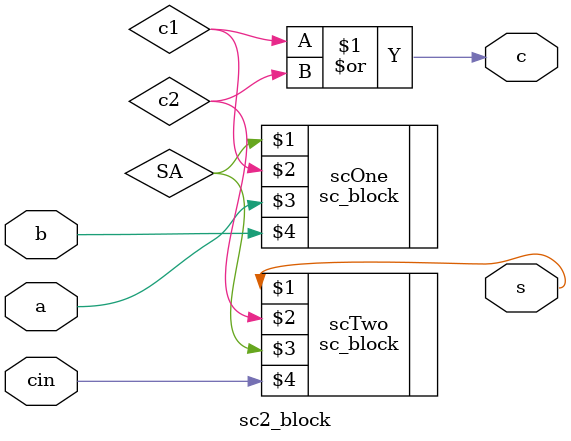
<source format=v>

module sc2_block(s, c, a, b, cin);
    output s, c;
    input  a, b, cin;
    wire SA, c1, c2;

    sc_block scOne (SA, c1, a, b);
    sc_block scTwo (s, c2, SA, cin);
    or o1(c, c1, c2);

endmodule

</source>
